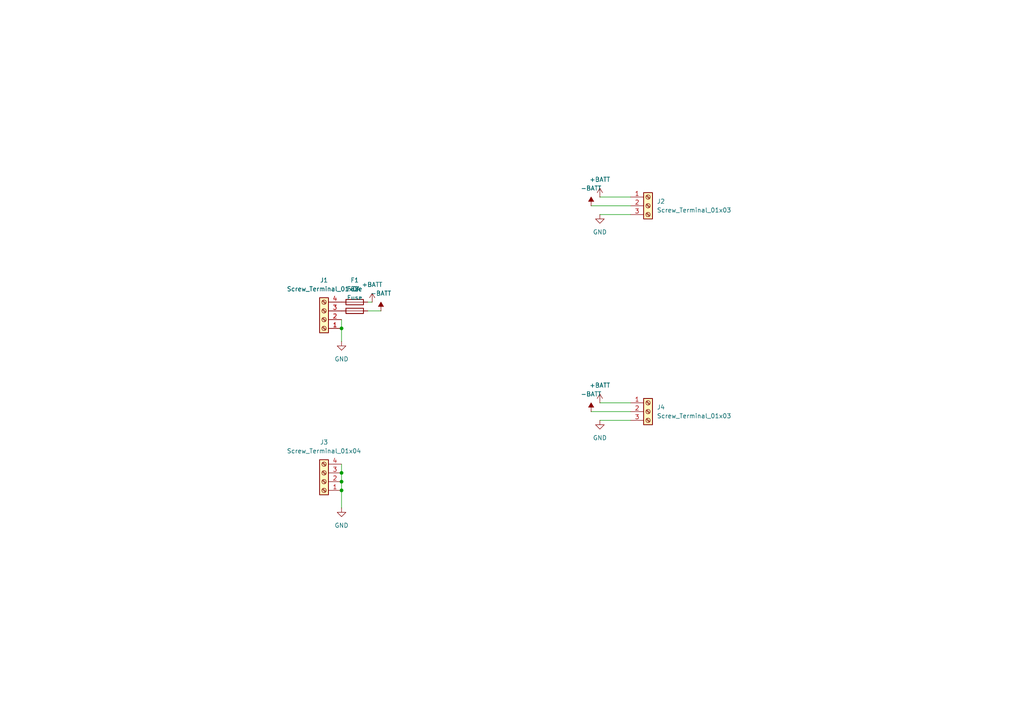
<source format=kicad_sch>
(kicad_sch (version 20250114) (generator "eeschema") (generator_version "9.0")
  (paper "A4")
  (lib_symbols
    (symbol "Connector:Screw_Terminal_01x03" (pin_names (offset 1.016) (hide yes))
      (property "Reference" "J" (at 0 5.08 0))
      (property "Value" "Screw_Terminal_01x03" (at 0 -5.08 0))
      (symbol "Screw_Terminal_01x03_1_1"
        (rectangle (start -1.27 3.81) (end 1.27 -3.81) (stroke (width 0.254)) (fill (type background)))
        (polyline (pts (xy -0.5334 2.8702) (xy 0.3302 2.032)) (stroke (width 0.1524)))
        (polyline (pts (xy -0.5334 0.3302) (xy 0.3302 -0.508)) (stroke (width 0.1524)))
        (polyline (pts (xy -0.5334 -2.2098) (xy 0.3302 -3.048)) (stroke (width 0.1524)))
        (polyline (pts (xy -0.3556 3.048) (xy 0.508 2.2098)) (stroke (width 0.1524)))
        (polyline (pts (xy -0.3556 0.508) (xy 0.508 -0.3302)) (stroke (width 0.1524)))
        (polyline (pts (xy -0.3556 -2.032) (xy 0.508 -2.8702)) (stroke (width 0.1524)))
        (circle (center 0 2.54) (radius 0.635) (stroke (width 0.1524)))
        (circle (center 0 0) (radius 0.635) (stroke (width 0.1524)))
        (circle (center 0 -2.54) (radius 0.635) (stroke (width 0.1524)))
        (pin passive line (at -5.08 2.54 0) (length 3.81) (name "Pin_1") (number "1"))
        (pin passive line (at -5.08 0 0) (length 3.81) (name "Pin_2") (number "2"))
        (pin passive line (at -5.08 -2.54 0) (length 3.81) (name "Pin_3") (number "3"))
      )
    )
    (symbol "Connector:Screw_Terminal_01x04" (pin_names (offset 1.016) (hide yes))
      (property "Reference" "J" (at 0 5.08 0))
      (property "Value" "Screw_Terminal_01x04" (at 0 -7.62 0))
      (symbol "Screw_Terminal_01x04_1_1"
        (rectangle (start -1.27 3.81) (end 1.27 -6.35) (stroke (width 0.254)) (fill (type background)))
        (polyline (pts (xy -0.5334 2.8702) (xy 0.3302 2.032)) (stroke (width 0.1524)))
        (polyline (pts (xy -0.5334 0.3302) (xy 0.3302 -0.508)) (stroke (width 0.1524)))
        (polyline (pts (xy -0.5334 -2.2098) (xy 0.3302 -3.048)) (stroke (width 0.1524)))
        (polyline (pts (xy -0.5334 -4.7498) (xy 0.3302 -5.588)) (stroke (width 0.1524)))
        (polyline (pts (xy -0.3556 3.048) (xy 0.508 2.2098)) (stroke (width 0.1524)))
        (polyline (pts (xy -0.3556 0.508) (xy 0.508 -0.3302)) (stroke (width 0.1524)))
        (polyline (pts (xy -0.3556 -2.032) (xy 0.508 -2.8702)) (stroke (width 0.1524)))
        (polyline (pts (xy -0.3556 -4.572) (xy 0.508 -5.4102)) (stroke (width 0.1524)))
        (circle (center 0 2.54) (radius 0.635) (stroke (width 0.1524)))
        (circle (center 0 0) (radius 0.635) (stroke (width 0.1524)))
        (circle (center 0 -2.54) (radius 0.635) (stroke (width 0.1524)))
        (circle (center 0 -5.08) (radius 0.635) (stroke (width 0.1524)))
        (pin passive line (at -5.08 2.54 0) (length 3.81) (name "Pin_1") (number "1"))
        (pin passive line (at -5.08 0 0) (length 3.81) (name "Pin_2") (number "2"))
        (pin passive line (at -5.08 -2.54 0) (length 3.81) (name "Pin_3") (number "3"))
        (pin passive line (at -5.08 -5.08 0) (length 3.81) (name "Pin_4") (number "4"))
      )
    )
    (symbol "Device:Fuse" (pin_numbers (hide yes)) (pin_names (offset 0))
      (property "Reference" "F" (at 2.032 0 90))
      (property "Value" "Fuse" (at -1.905 0 90))
      (symbol "Fuse_0_1"
        (rectangle (start -0.762 -2.54) (end 0.762 2.54) (stroke (width 0.254)))
        (polyline (pts (xy 0 2.54) (xy 0 -2.54)))
      )
      (symbol "Fuse_1_1"
        (pin passive line (at 0 3.81 270) (length 1.27) (name "~") (number "1"))
        (pin passive line (at 0 -3.81 90) (length 1.27) (name "~") (number "2"))
      )
    )
    (symbol "power:+BATT" (power) (pin_numbers (hide yes)) (pin_names (offset 0) (hide yes))
      (property "Value" "+BATT" (at 0 3.556 0))
      (symbol "+BATT_0_1"
        (polyline (pts (xy -0.762 1.27) (xy 0 2.54)))
        (polyline (pts (xy 0 2.54) (xy 0.762 1.27)))
        (polyline (pts (xy 0 0) (xy 0 2.54)))
      )
      (symbol "+BATT_1_1"
        (pin power_in line (at 0 0 90) (length 0) (name "~") (number "1"))
      )
    )
    (symbol "power:-BATT" (power) (pin_numbers (hide yes)) (pin_names (offset 0) (hide yes))
      (property "Value" "-BATT" (at 0 3.556 0))
      (symbol "-BATT_0_1"
        (polyline (pts (xy 0 0) (xy 0 2.54)))
        (polyline (pts (xy 0.762 1.27) (xy -0.762 1.27) (xy 0 2.54) (xy 0.762 1.27)) (fill (type outline)))
      )
      (symbol "-BATT_1_1"
        (pin power_in line (at 0 0 90) (length 0) (name "~") (number "1"))
      )
    )
    (symbol "power:GND" (power) (pin_numbers (hide yes)) (pin_names (offset 0) (hide yes))
      (property "Value" "GND" (at 0 -3.81 0))
      (symbol "GND_0_1"
        (polyline (pts (xy 0 0) (xy 0 -1.27) (xy 1.27 -1.27) (xy 0 -2.54) (xy -1.27 -1.27) (xy 0 -1.27)))
      )
      (symbol "GND_1_1"
        (pin power_in line (at 0 0 270) (length 0) (name "~") (number "1"))
      )
    )
  )
  (junction (at 99.06 142.24))
  (junction (at 99.06 95.25))
  (junction (at 99.06 137.16))
  (junction (at 99.06 139.7))
  (wire (pts (xy 171.45 59.69) (xy 182.88 59.69)))
  (wire (pts (xy 99.06 142.24) (xy 99.06 147.32)))
  (wire (pts (xy 99.06 139.7) (xy 99.06 142.24)))
  (wire (pts (xy 99.06 137.16) (xy 99.06 139.7)))
  (wire (pts (xy 173.99 116.84) (xy 182.88 116.84)))
  (wire (pts (xy 99.06 95.25) (xy 99.06 99.06)))
  (wire (pts (xy 107.95 87.63) (xy 106.68 87.63)))
  (wire (pts (xy 173.99 62.23) (xy 182.88 62.23)))
  (wire (pts (xy 99.06 134.62) (xy 99.06 137.16)))
  (wire (pts (xy 99.06 92.71) (xy 99.06 95.25)))
  (wire (pts (xy 106.68 90.17) (xy 110.49 90.17)))
  (wire (pts (xy 173.99 57.15) (xy 182.88 57.15)))
  (wire (pts (xy 173.99 121.92) (xy 182.88 121.92)))
  (wire (pts (xy 171.45 119.38) (xy 182.88 119.38)))
  (symbol (lib_id "Connector:Screw_Terminal_01x04") (at 93.98 139.7 180) (unit 1)
    (property "Reference" "J3" (at 93.98 128.27 0))
    (property "Value" "Screw_Terminal_01x04" (at 93.98 130.81 0))
    (property "Footprint" "TerminalBlock_Phoenix:TerminalBlock_Phoenix_MPT-0,5-4-2.54_1x04_P2.54mm_Horizontal" (effects (hide yes)))
    (property "Description" "Generic screw terminal, single row, 01x04, script generated (kicad-library-utils/schlib/autogen/connector/)" (effects (hide yes)))
  )
  (symbol (lib_id "power:+BATT") (at 173.99 57.15 0) (unit 1)
    (property "Reference" "#PWR04" (effects (hide yes)))
    (property "Value" "+BATT" (at 173.99 52.07 0))
    (property "Description" "Power symbol creates a global label with name \"+BATT\"" (effects (hide yes)))
  )
  (symbol (lib_id "power:GND") (at 173.99 62.23 0) (mirror y) (unit 1)
    (property "Reference" "#PWR09" (effects (hide yes)))
    (property "Value" "GND" (at 173.99 67.31 0))
    (property "Description" "Power symbol creates a global label with name \"GND\" , ground" (effects (hide yes)))
  )
  (symbol (lib_id "Connector:Screw_Terminal_01x03") (at 187.96 59.69 0) (unit 1)
    (property "Reference" "J2" (at 190.5 58.4199 0) (effects (justify left)))
    (property "Value" "Screw_Terminal_01x03" (at 190.5 60.9599 0) (effects (justify left)))
    (property "Footprint" "TerminalBlock_Phoenix:TerminalBlock_Phoenix_PT-1,5-3-3.5-H_1x03_P3.50mm_Horizontal" (effects (hide yes)))
    (property "Description" "Generic screw terminal, single row, 01x03, script generated (kicad-library-utils/schlib/autogen/connector/)" (effects (hide yes)))
  )
  (symbol (lib_id "power:GND") (at 99.06 99.06 0) (mirror y) (unit 1)
    (property "Reference" "#PWR03" (effects (hide yes)))
    (property "Value" "GND" (at 99.06 104.14 0))
    (property "Description" "Power symbol creates a global label with name \"GND\" , ground" (effects (hide yes)))
  )
  (symbol (lib_id "power:-BATT") (at 110.49 90.17 0) (unit 1)
    (property "Reference" "#PWR02" (effects (hide yes)))
    (property "Value" "-BATT" (at 110.49 85.09 0))
    (property "Description" "Power symbol creates a global label with name \"-BATT\"" (effects (hide yes)))
  )
  (symbol (lib_id "power:-BATT") (at 171.45 59.69 0) (unit 1)
    (property "Reference" "#PWR07" (effects (hide yes)))
    (property "Value" "-BATT" (at 171.45 54.61 0))
    (property "Description" "Power symbol creates a global label with name \"-BATT\"" (effects (hide yes)))
  )
  (symbol (lib_id "Connector:Screw_Terminal_01x03") (at 187.96 119.38 0) (unit 1)
    (property "Reference" "J4" (at 190.5 118.1099 0) (effects (justify left)))
    (property "Value" "Screw_Terminal_01x03" (at 190.5 120.6499 0) (effects (justify left)))
    (property "Footprint" "TerminalBlock_Phoenix:TerminalBlock_Phoenix_PT-1,5-3-3.5-H_1x03_P3.50mm_Horizontal" (effects (hide yes)))
    (property "Description" "Generic screw terminal, single row, 01x03, script generated (kicad-library-utils/schlib/autogen/connector/)" (effects (hide yes)))
  )
  (symbol (lib_id "power:+BATT") (at 107.95 87.63 0) (unit 1)
    (property "Reference" "#PWR01" (effects (hide yes)))
    (property "Value" "+BATT" (at 107.95 82.55 0))
    (property "Description" "Power symbol creates a global label with name \"+BATT\"" (effects (hide yes)))
  )
  (symbol (lib_id "Device:Fuse") (at 102.87 87.63 90) (unit 1)
    (property "Reference" "F1" (at 102.87 81.28 90))
    (property "Value" "Fuse" (at 102.87 83.82 90))
    (property "Footprint" "Fuse:Fuse_1210_3225Metric" (effects (hide yes)))
    (property "Description" "Fuse" (effects (hide yes)))
  )
  (symbol (lib_id "power:GND") (at 99.06 147.32 0) (mirror y) (unit 1)
    (property "Reference" "#PWR010" (effects (hide yes)))
    (property "Value" "GND" (at 99.06 152.4 0))
    (property "Description" "Power symbol creates a global label with name \"GND\" , ground" (effects (hide yes)))
  )
  (symbol (lib_id "power:GND") (at 173.99 121.92 0) (mirror y) (unit 1)
    (property "Reference" "#PWR08" (effects (hide yes)))
    (property "Value" "GND" (at 173.99 127 0))
    (property "Description" "Power symbol creates a global label with name \"GND\" , ground" (effects (hide yes)))
  )
  (symbol (lib_id "power:-BATT") (at 171.45 119.38 0) (unit 1)
    (property "Reference" "#PWR06" (effects (hide yes)))
    (property "Value" "-BATT" (at 171.45 114.3 0))
    (property "Description" "Power symbol creates a global label with name \"-BATT\"" (effects (hide yes)))
  )
  (symbol (lib_id "power:+BATT") (at 173.99 116.84 0) (unit 1)
    (property "Reference" "#PWR05" (effects (hide yes)))
    (property "Value" "+BATT" (at 173.99 111.76 0))
    (property "Description" "Power symbol creates a global label with name \"+BATT\"" (effects (hide yes)))
  )
  (symbol (lib_id "Device:Fuse") (at 102.87 90.17 90) (unit 1)
    (property "Reference" "F2" (at 102.87 83.82 90))
    (property "Value" "Fuse" (at 102.87 86.36 90))
    (property "Footprint" "Fuse:Fuse_1210_3225Metric" (effects (hide yes)))
    (property "Description" "Fuse" (effects (hide yes)))
  )
  (symbol (lib_id "Connector:Screw_Terminal_01x04") (at 93.98 92.71 180) (unit 1)
    (property "Reference" "J1" (at 93.98 81.28 0))
    (property "Value" "Screw_Terminal_01x04" (at 93.98 83.82 0))
    (property "Footprint" "TerminalBlock_Phoenix:TerminalBlock_Phoenix_MPT-0,5-4-2.54_1x04_P2.54mm_Horizontal" (effects (hide yes)))
    (property "Description" "Generic screw terminal, single row, 01x04, script generated (kicad-library-utils/schlib/autogen/connector/)" (effects (hide yes)))
  )
)
</source>
